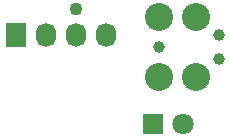
<source format=gbr>
%TF.GenerationSoftware,KiCad,Pcbnew,9.0.0*%
%TF.CreationDate,2025-04-29T12:03:14+05:30*%
%TF.ProjectId,Wireless_charging,57697265-6c65-4737-935f-636861726769,rev?*%
%TF.SameCoordinates,Original*%
%TF.FileFunction,Soldermask,Bot*%
%TF.FilePolarity,Negative*%
%FSLAX46Y46*%
G04 Gerber Fmt 4.6, Leading zero omitted, Abs format (unit mm)*
G04 Created by KiCad (PCBNEW 9.0.0) date 2025-04-29 12:03:14*
%MOMM*%
%LPD*%
G01*
G04 APERTURE LIST*
%ADD10C,2.374900*%
%ADD11C,0.990600*%
%ADD12C,1.100000*%
%ADD13R,1.730000X2.030000*%
%ADD14O,1.730000X2.030000*%
%ADD15R,1.800000X1.800000*%
%ADD16C,1.800000*%
G04 APERTURE END LIST*
D10*
%TO.C,J2*%
X196460000Y-103450000D03*
D11*
X196460000Y-105990000D03*
D10*
X196460000Y-108530000D03*
X199635000Y-103450000D03*
X199635000Y-108530000D03*
D11*
X201540000Y-104974000D03*
X201540000Y-107006000D03*
%TD*%
D12*
%TO.C,J1*%
X189430000Y-102780000D03*
D13*
X184350000Y-104940000D03*
D14*
X186890000Y-104940000D03*
X189430000Y-104940000D03*
X191970000Y-104940000D03*
%TD*%
D15*
%TO.C,D1*%
X195960000Y-112500000D03*
D16*
X198500000Y-112500000D03*
%TD*%
M02*

</source>
